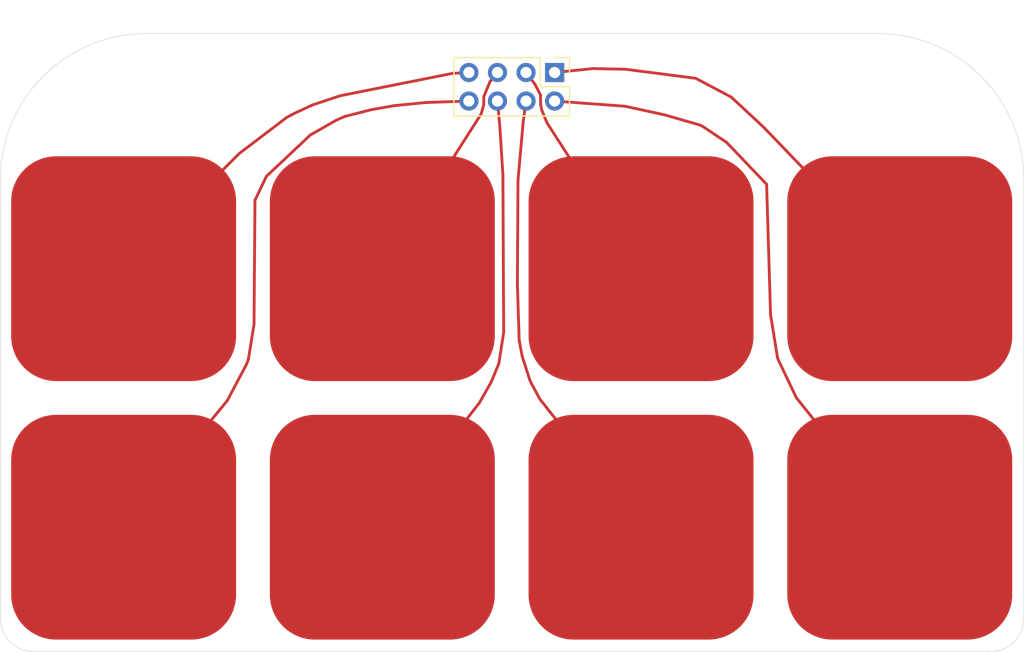
<source format=kicad_pcb>
(kicad_pcb (version 20240108) (generator "pcbnew") (generator_version "8.0")
  (layers (0 "F.Cu" signal) (31 "B.Cu" signal) (34 "B.Paste" user) (35 "F.Paste" user) (36 "B.SilkS" user "B.Silkscreen") (37 "F.SilkS" user "F.Silkscreen") (38 "B.Mask" user) (39 "F.Mask" user) (44 "Edge.Cuts" user))
  (net 0 "")
  (net 1 "Net-(J1-Pad1)")
  (net 2 "Net-(J1-Pad2)")
  (net 3 "Net-(J1-Pad3)")
  (net 4 "Net-(J1-Pad4)")
  (net 5 "Net-(J1-Pad5)")
  (net 6 "Net-(J1-Pad6)")
  (net 7 "Net-(J1-Pad7)")
  (net 8 "Net-(J1-Pad8)")
  (footprint "Connector_PinHeader_2.54mm:PinHeader_2x04_P2.54mm_Vertical" (layer "F.Cu") (at 76.28 23.47 -90)
    (property "Reference" "J1" (hide yes))
    (property "Value" "Conn_01x08_Female")
    (fp_line (start -1.33 8.95) (end 3.87 8.95) (stroke (width 0.12)) (layer "F.SilkS"))
    (fp_line (start -1.33 1.27) (end -1.33 8.95) (stroke (width 0.12)) (layer "F.SilkS"))
    (fp_line (start -1.33 1.27) (end 1.27 1.27) (stroke (width 0.12)) (layer "F.SilkS"))
    (fp_line (start 1.27 1.27) (end 1.27 -1.33) (stroke (width 0.12)) (layer "F.SilkS"))
    (fp_line (start -1.33 0) (end -1.33 -1.33) (stroke (width 0.12)) (layer "F.SilkS"))
    (fp_line (start -1.33 -1.33) (end 0 -1.33) (stroke (width 0.12)) (layer "F.SilkS"))
    (fp_line (start 1.27 -1.33) (end 3.87 -1.33) (stroke (width 0.12)) (layer "F.SilkS"))
    (fp_line (start 3.87 -1.33) (end 3.87 8.95) (stroke (width 0.12)) (layer "F.SilkS"))
    (pad "1" thru_hole rect (at 0 0 270) (size 1.7 1.7) (drill 1) (layers "*.Cu" "*.Mask") (net 1 "Net-(J1-Pad1)"))
    (pad "2" thru_hole oval (at 2.54 0 270) (size 1.7 1.7) (drill 1) (layers "*.Cu" "*.Mask") (net 2 "Net-(J1-Pad2)"))
    (pad "3" thru_hole oval (at 0 2.54 270) (size 1.7 1.7) (drill 1) (layers "*.Cu" "*.Mask") (net 3 "Net-(J1-Pad3)"))
    (pad "4" thru_hole oval (at 2.54 2.54 270) (size 1.7 1.7) (drill 1) (layers "*.Cu" "*.Mask") (net 4 "Net-(J1-Pad4)"))
    (pad "5" thru_hole oval (at 0 5.08 270) (size 1.7 1.7) (drill 1) (layers "*.Cu" "*.Mask") (net 5 "Net-(J1-Pad5)"))
    (pad "6" thru_hole oval (at 2.54 5.08 270) (size 1.7 1.7) (drill 1) (layers "*.Cu" "*.Mask") (net 6 "Net-(J1-Pad6)"))
    (pad "7" thru_hole oval (at 0 7.62 270) (size 1.7 1.7) (drill 1) (layers "*.Cu" "*.Mask") (net 7 "Net-(J1-Pad7)"))
    (pad "8" thru_hole oval (at 2.54 7.62 270) (size 1.7 1.7) (drill 1) (layers "*.Cu" "*.Mask") (net 8 "Net-(J1-Pad8)"))
  )
  (footprint "mason_parts:TouchPad" (layer "F.Cu") (at 37.984999 40.964999)
    (property "Reference" "J2" (hide yes))
    (property "Value" "Pad #0")
    (pad "1" smd roundrect (at -0.02 -0.04) (size 20 20) (layers "F.Cu" "F.Paste" "F.Mask") (roundrect_rratio 0.2) (net 7 "Net-(J1-Pad7)"))
  )
  (footprint "mason_parts:TouchPad" (layer "F.Cu") (at 37.984999 63.964999)
    (property "Reference" "J3" (hide yes))
    (property "Value" "Pad #1")
    (pad "1" smd roundrect (at -0.02 -0.04) (size 20 20) (layers "F.Cu" "F.Paste" "F.Mask") (roundrect_rratio 0.2) (net 8 "Net-(J1-Pad8)"))
  )
  (footprint "mason_parts:TouchPad" (layer "F.Cu") (at 60.984999 40.964999)
    (property "Reference" "J4" (hide yes))
    (property "Value" "Pad #2")
    (pad "1" smd roundrect (at -0.02 -0.04) (size 20 20) (layers "F.Cu" "F.Paste" "F.Mask") (roundrect_rratio 0.2) (net 5 "Net-(J1-Pad5)"))
  )
  (footprint "mason_parts:TouchPad" (layer "F.Cu") (at 60.984999 63.964999)
    (property "Reference" "J5" (hide yes))
    (property "Value" "Pad #3")
    (pad "1" smd roundrect (at -0.02 -0.04) (size 20 20) (layers "F.Cu" "F.Paste" "F.Mask") (roundrect_rratio 0.2) (net 6 "Net-(J1-Pad6)"))
  )
  (footprint "mason_parts:TouchPad" (layer "F.Cu") (at 83.984999 40.964999)
    (property "Reference" "J6" (hide yes))
    (property "Value" "Pad #4")
    (pad "1" smd roundrect (at -0.02 -0.04) (size 20 20) (layers "F.Cu" "F.Paste" "F.Mask") (roundrect_rratio 0.2) (net 3 "Net-(J1-Pad3)"))
  )
  (footprint "mason_parts:TouchPad" (layer "F.Cu") (at 83.984999 63.964999)
    (property "Reference" "J7" (hide yes))
    (property "Value" "Pad #5")
    (pad "1" smd roundrect (at -0.02 -0.04) (size 20 20) (layers "F.Cu" "F.Paste" "F.Mask") (roundrect_rratio 0.2) (net 4 "Net-(J1-Pad4)"))
  )
  (footprint "mason_parts:TouchPad" (layer "F.Cu") (at 106.984999 40.964999)
    (property "Reference" "J8" (hide yes))
    (property "Value" "Pad #6")
    (pad "1" smd roundrect (at -0.02 -0.04) (size 20 20) (layers "F.Cu" "F.Paste" "F.Mask") (roundrect_rratio 0.2) (net 1 "Net-(J1-Pad1)"))
  )
  (footprint "mason_parts:TouchPad" (layer "F.Cu") (at 106.984999 63.964999)
    (property "Reference" "J9" (hide yes))
    (property "Value" "Pad #7")
    (pad "1" smd roundrect (at -0.02 -0.04) (size 20 20) (layers "F.Cu" "F.Paste" "F.Mask") (roundrect_rratio 0.2) (net 2 "Net-(J1-Pad2)"))
  )
  (footprint "MountingHole:MountingHole_3.5mm" (layer "F.Cu") (at 98 25)
    (property "Reference" "REF**" (hide yes))
    (property "Value" "MountingHole_3.5mm")
    (pad "" np_thru_hole circle (at 0 0) (size 3.5 3.5) (drill 3.5) (layers "*.Cu" "*.Mask"))
  )
  (footprint "MountingHole:MountingHole_3.5mm" (layer "F.Cu") (at 47 25)
    (property "Reference" "REF**" (hide yes))
    (property "Value" "MountingHole_3.5mm")
    (pad "" np_thru_hole circle (at 0 0) (size 3.5 3.5) (drill 3.5) (layers "*.Cu" "*.Mask"))
  )
  (gr_line (start 105 20) (end 40 20) (stroke (width 0.05)) (layer "Edge.Cuts"))
  (gr_line (start 118 72) (end 118 33) (stroke (width 0.05)) (layer "Edge.Cuts"))
  (gr_line (start 115 75) (end 30 75) (stroke (width 0.05)) (layer "Edge.Cuts"))
  (gr_line (start 27 72) (end 27.044905 31.920409) (stroke (width 0.05)) (layer "Edge.Cuts"))
  (gr_arc (start 105 20) (mid 114.192388 23.807612) (end 118 33) (stroke (width 0.05)) (layer "Edge.Cuts"))
  (gr_arc (start 118 72) (mid 117.12132 74.12132) (end 115 75) (stroke (width 0.05)) (layer "Edge.Cuts"))
  (gr_arc (start 27.044905 31.920409) (mid 31.197576 23.43353) (end 40 20) (stroke (width 0.05)) (layer "Edge.Cuts"))
  (gr_arc (start 30 75) (mid 27.87868 74.12132) (end 27 72) (stroke (width 0.05)) (layer "Edge.Cuts"))
  (segment (start 82.57157 23.18157) (end 79.71 23.12) (width 0.25) (layer "F.Cu") (net 1))
  (segment (start 91.975153 25.654847) (end 88.823256 23.986744) (width 0.25) (layer "F.Cu") (net 1))
  (segment (start 79.71 23.12) (end 76.28 23.47) (width 0.25) (layer "F.Cu") (net 1))
  (segment (start 94.819554 28.294527) (end 91.975153 25.654847) (width 0.25) (layer "F.Cu") (net 1))
  (segment (start 106.964999 40.924999) (end 94.819554 28.294527) (width 0.25) (layer "F.Cu") (net 1))
  (segment (start 88.823256 23.986744) (end 82.57157 23.18157) (width 0.25) (layer "F.Cu") (net 1))
  (segment (start 96.095165 48.844835) (end 95.477891 45.012109) (width 0.25) (layer "F.Cu") (net 2))
  (segment (start 89.51057 28.30943) (end 89.24207 28.15793) (width 0.25) (layer "F.Cu") (net 2))
  (segment (start 95.477891 45.012109) (end 95.127154 33.417154) (width 0.25) (layer "F.Cu") (net 2))
  (segment (start 82.543338 26.473338) (end 76.28 26.01) (width 0.25) (layer "F.Cu") (net 2))
  (segment (start 91.570737 29.689263) (end 89.51057 28.30943) (width 0.25) (layer "F.Cu") (net 2))
  (segment (start 106.964999 63.924999) (end 97.768271 52.401729) (width 0.25) (layer "F.Cu") (net 2))
  (segment (start 96.156514 49.013486) (end 96.095165 48.844835) (width 0.25) (layer "F.Cu") (net 2))
  (segment (start 86.044322 27.235678) (end 82.543338 26.473338) (width 0.25) (layer "F.Cu") (net 2))
  (segment (start 89.24207 28.15793) (end 86.044322 27.235678) (width 0.25) (layer "F.Cu") (net 2))
  (segment (start 97.768271 52.401729) (end 96.156514 49.013486) (width 0.25) (layer "F.Cu") (net 2))
  (segment (start 95.127154 33.417154) (end 91.570737 29.689263) (width 0.25) (layer "F.Cu") (net 2))
  (segment (start 75.600988 27.949012) (end 75.141149 26.831149) (width 0.25) (layer "F.Cu") (net 3))
  (segment (start 75.141149 26.831149) (end 75.04 26.33) (width 0.25) (layer "F.Cu") (net 3))
  (segment (start 75.04 26.33) (end 75.023998 25.466002) (width 0.25) (layer "F.Cu") (net 3))
  (segment (start 75.023998 25.466002) (end 74.526167 24.503833) (width 0.25) (layer "F.Cu") (net 3))
  (segment (start 74.526167 24.503833) (end 73.74 23.47) (width 0.25) (layer "F.Cu") (net 3))
  (segment (start 83.964999 40.924999) (end 75.600988 27.949012) (width 0.25) (layer "F.Cu") (net 3))
  (segment (start 74.07939 50.85061) (end 73.398195 48.711805) (width 0.25) (layer "F.Cu") (net 4))
  (segment (start 83.964999 63.924999) (end 74.958706 52.511294) (width 0.25) (layer "F.Cu") (net 4))
  (segment (start 74.958706 52.511294) (end 74.191782 51.088218) (width 0.25) (layer "F.Cu") (net 4))
  (segment (start 73.398195 48.711805) (end 73.131279 47.308721) (width 0.25) (layer "F.Cu") (net 4))
  (segment (start 73.131279 47.308721) (end 72.970129 42.380129) (width 0.25) (layer "F.Cu") (net 4))
  (segment (start 73.489959 27.840041) (end 73.74 26.01) (width 0.25) (layer "F.Cu") (net 4))
  (segment (start 74.191782 51.088218) (end 74.07939 50.85061) (width 0.25) (layer "F.Cu") (net 4))
  (segment (start 73.023281 33.083281) (end 73.489959 27.840041) (width 0.25) (layer "F.Cu") (net 4))
  (segment (start 72.970129 42.380129) (end 73.023281 33.083281) (width 0.25) (layer "F.Cu") (net 4))
  (segment (start 60.964999 40.924999) (end 69.750144 27.160144) (width 0.25) (layer "F.Cu") (net 5))
  (segment (start 70.544382 24.264382) (end 71.2 23.47) (width 0.25) (layer "F.Cu") (net 5))
  (segment (start 69.98 26.34) (end 69.98 25.63) (width 0.25) (layer "F.Cu") (net 5))
  (segment (start 69.750144 27.160144) (end 69.98 26.34) (width 0.25) (layer "F.Cu") (net 5))
  (segment (start 69.98 25.63) (end 70.544382 24.264382) (width 0.25) (layer "F.Cu") (net 5))
  (segment (start 71.414489 28.315511) (end 71.2 26.01) (width 0.25) (layer "F.Cu") (net 6))
  (segment (start 71.75364 46.59364) (end 71.683388 32.606612) (width 0.25) (layer "F.Cu") (net 6))
  (segment (start 60.964999 63.924999) (end 69.58198 52.87198) (width 0.25) (layer "F.Cu") (net 6))
  (segment (start 70.633896 51.026104) (end 71.322709 49.362709) (width 0.25) (layer "F.Cu") (net 6))
  (segment (start 71.322709 49.362709) (end 71.75364 46.59364) (width 0.25) (layer "F.Cu") (net 6))
  (segment (start 71.683388 32.606612) (end 71.414489 28.315511) (width 0.25) (layer "F.Cu") (net 6))
  (segment (start 70.633896 51.026104) (end 69.58198 52.87198) (width 0.25) (layer "F.Cu") (net 6))
  (segment (start 67.202939 23.547061) (end 68.66 23.47) (width 0.25) (layer "F.Cu") (net 7))
  (segment (start 37.964999 40.924999) (end 48.245597 30.675597) (width 0.25) (layer "F.Cu") (net 7))
  (segment (start 57.21843 25.53843) (end 54.764854 26.354854) (width 0.25) (layer "F.Cu") (net 7))
  (segment (start 54.764854 26.354854) (end 53.13864 27.10864) (width 0.25) (layer "F.Cu") (net 7))
  (segment (start 52.4604 27.4696) (end 48.245597 30.675597) (width 0.25) (layer "F.Cu") (net 7))
  (segment (start 67.202939 23.547061) (end 57.21843 25.53843) (width 0.25) (layer "F.Cu") (net 7))
  (segment (start 52.4604 27.4696) (end 53.13864 27.10864) (width 0.25) (layer "F.Cu") (net 7))
  (segment (start 62.027969 26.417969) (end 59.987126 26.777126) (width 0.25) (layer "F.Cu") (net 8))
  (segment (start 64.859384 26.139384) (end 62.027969 26.417969) (width 0.25) (layer "F.Cu") (net 8))
  (segment (start 49.559015 45.870985) (end 49.640805 34.840142) (width 0.25) (layer "F.Cu") (net 8))
  (segment (start 68.66 26.01) (end 64.859384 26.139384) (width 0.25) (layer "F.Cu") (net 8))
  (segment (start 47.187847 52.647847) (end 48.878833 49.448833) (width 0.25) (layer "F.Cu") (net 8))
  (segment (start 49.640805 34.840142) (end 50.653593 32.713593) (width 0.25) (layer "F.Cu") (net 8))
  (segment (start 57.636268 27.376268) (end 59.987126 26.777126) (width 0.25) (layer "F.Cu") (net 8))
  (segment (start 54.573548 29.023548) (end 56.884086 27.704086) (width 0.25) (layer "F.Cu") (net 8))
  (segment (start 37.964999 63.924999) (end 47.187847 52.647847) (width 0.25) (layer "F.Cu") (net 8))
  (segment (start 49.053854 49.003854) (end 49.559015 45.870985) (width 0.25) (layer "F.Cu") (net 8))
  (segment (start 48.878833 49.448833) (end 49.053854 49.003854) (width 0.25) (layer "F.Cu") (net 8))
  (segment (start 50.653593 32.713593) (end 54.573548 29.023548) (width 0.25) (layer "F.Cu") (net 8))
  (segment (start 56.884086 27.704086) (end 57.636268 27.376268) (width 0.25) (layer "F.Cu") (net 8))
)
</source>
